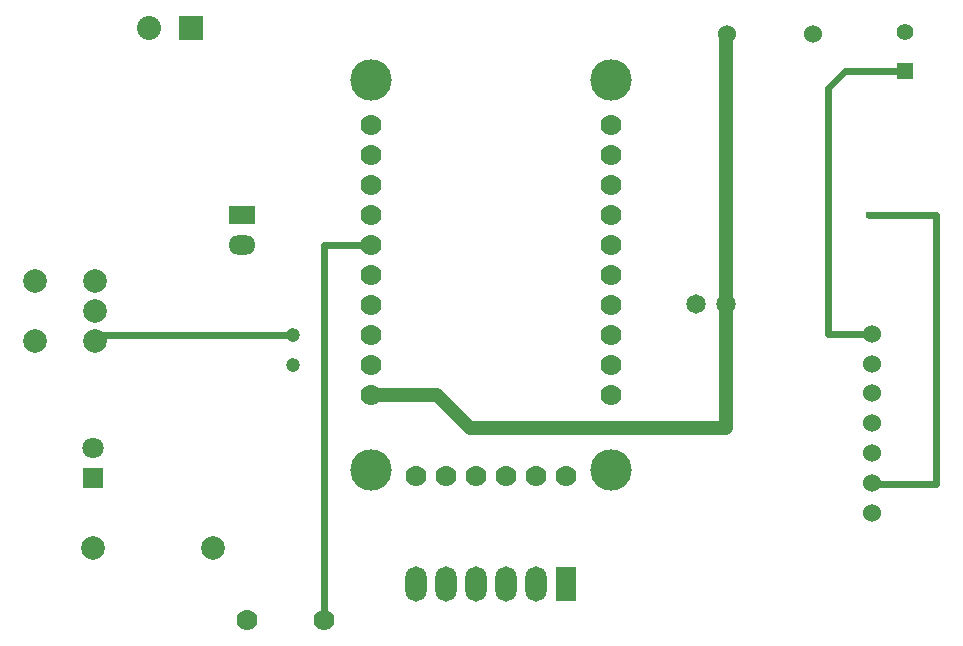
<source format=gtl>
G04 Layer: TopLayer*
G04 EasyEDA v6.5.15, 2022-10-10 10:29:27*
G04 028e3914a6f949ed9ca799ef75e4ed4f,10*
G04 Gerber Generator version 0.2*
G04 Scale: 100 percent, Rotated: No, Reflected: No *
G04 Dimensions in millimeters *
G04 leading zeros omitted , absolute positions ,4 integer and 5 decimal *
%FSLAX45Y45*%
%MOMM*%

%ADD10C,0.6190*%
%ADD11C,1.2190*%
%ADD12C,1.6510*%
%ADD13C,1.7780*%
%ADD14C,1.1938*%
%ADD15R,2.3000X1.6500*%
%ADD16O,2.2999954X1.6500094*%
%ADD17C,1.8000*%
%ADD18R,1.8000X1.8000*%
%ADD19O,1.7999964X2.999994*%
%ADD20R,1.8000X3.0000*%
%ADD21R,2.0320X2.0320*%
%ADD22C,2.0320*%
%ADD23C,2.0000*%
%ADD24C,3.5052*%
%ADD25C,1.5240*%
%ADD26R,1.3970X1.3970*%
%ADD27C,1.3970*%
%ADD28C,0.6190*%

%LPD*%
D10*
X3461893Y3073400D02*
G01*
X3461893Y6248400D01*
X3860800Y6248400D01*
D11*
X3860800Y4978400D02*
G01*
X4419600Y4978400D01*
X4699000Y4699000D01*
X6870700Y4699000D01*
X6870700Y5753094D01*
D10*
X8382000Y7721600D02*
G01*
X7874000Y7721600D01*
X7734300Y7581900D01*
X7734300Y5499100D01*
X8102904Y5499100D01*
X8107908Y5494096D01*
X8077200Y6502400D02*
G01*
X8648700Y6502400D01*
X8648700Y4229100D01*
X8115909Y4229100D01*
X8107908Y4237101D01*
X3200400Y5486400D02*
G01*
X1574800Y5486400D01*
X1524000Y5435600D01*
D11*
X6870700Y5753100D02*
G01*
X6870700Y8035795D01*
X6874004Y8039100D01*
D12*
G01*
X6616700Y5753100D03*
G01*
X6870700Y5753100D03*
D13*
G01*
X3461893Y3073400D03*
G01*
X2811906Y3073400D03*
D14*
G01*
X3200400Y5232400D03*
G01*
X3200400Y5486400D03*
D15*
G01*
X2768600Y6502400D03*
D16*
G01*
X2768600Y6248400D03*
D17*
G01*
X1511300Y4533900D03*
D18*
G01*
X1511300Y4279900D03*
D19*
G01*
X4241800Y3378200D03*
G01*
X4495800Y3378200D03*
G01*
X4749800Y3378200D03*
G01*
X5003800Y3378200D03*
G01*
X5257800Y3378200D03*
D20*
G01*
X5511800Y3378200D03*
D21*
G01*
X2335199Y8089900D03*
D22*
G01*
X1985187Y8089900D03*
D23*
G01*
X1511300Y3683000D03*
G01*
X2527300Y3683000D03*
G01*
X1524000Y5689600D03*
G01*
X1524000Y5943600D03*
G01*
X1524000Y5435600D03*
G01*
X1016000Y5943600D03*
G01*
X1016000Y5435600D03*
D24*
G01*
X5892800Y7645400D03*
D13*
G01*
X5892800Y4978400D03*
G01*
X5892800Y5232400D03*
G01*
X5892800Y5486400D03*
G01*
X5892800Y5740400D03*
G01*
X5892800Y5994400D03*
G01*
X5892800Y6248400D03*
G01*
X5892800Y6502400D03*
G01*
X5892800Y6756400D03*
G01*
X5892800Y7010400D03*
G01*
X5892800Y7264400D03*
D24*
G01*
X5892800Y4343400D03*
D13*
G01*
X5511800Y4292600D03*
G01*
X4241800Y4292600D03*
G01*
X4495800Y4292600D03*
G01*
X4749800Y4292600D03*
G01*
X5003800Y4292600D03*
G01*
X5257800Y4292600D03*
D24*
G01*
X3860800Y4343400D03*
D13*
G01*
X3860800Y4978400D03*
G01*
X3860800Y7264400D03*
G01*
X3860800Y7010400D03*
G01*
X3860800Y6756400D03*
G01*
X3860800Y6502400D03*
G01*
X3860800Y6248400D03*
G01*
X3860800Y5994400D03*
G01*
X3860800Y5740400D03*
G01*
X3860800Y5486400D03*
G01*
X3860800Y5232400D03*
G01*
X3860800Y4978400D03*
D24*
G01*
X3860800Y7645400D03*
D25*
G01*
X8107908Y5494096D03*
G01*
X8107908Y5240096D03*
G01*
X8107908Y4999101D03*
G01*
X8107908Y4745101D03*
G01*
X8107908Y4491101D03*
G01*
X8107908Y4237101D03*
G01*
X8107908Y3983101D03*
D26*
G01*
X8382000Y7721600D03*
D27*
G01*
X8382000Y8051800D03*
D25*
G01*
X7603997Y8039100D03*
G01*
X6874002Y8039100D03*
D28*
G01*
X8077200Y6502400D03*
M02*

</source>
